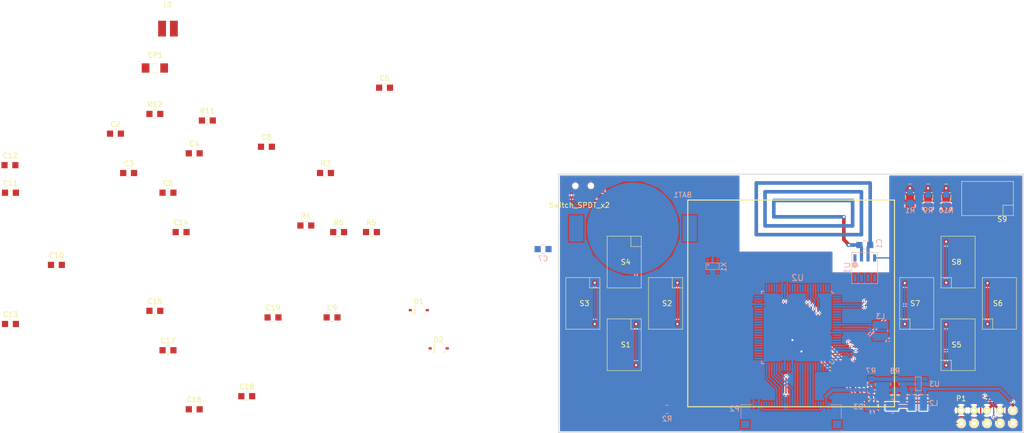
<source format=kicad_pcb>
(kicad_pcb (version 4) (host pcbnew 4.0.2+dfsg1-stable)
  (title_block (title "Rory's Embedded Business Card") (company "Rudolph Engineering"))
  (layers (0 F.Cu signal) (31 B.Cu signal) (34 B.Paste user) (35 F.Paste user) (36 B.SilkS user) (37 F.SilkS user) (38 B.Mask user) (39 F.Mask user) (44 Edge.Cuts user))
  (net 0 "")
  (net 1 "Net-(BAT1-Pad1)")
  (net 2 "Net-(BAT1-Pad2)")
  (net 3 AVCC)
  (net 4 VCORE)
  (net 5 ~RST)
  (net 6 "Net-(C13-Pad2)")
  (net 7 13V)
  (net 8 "Net-(C16-Pad1)")
  (net 9 "Net-(C17-Pad1)")
  (net 10 "Net-(L1-Pad2)")
  (net 11 VSW)
  (net 12 "Net-(LED1-Pad1)")
  (net 13 "Net-(LED2-Pad1)")
  (net 14 STATUS1)
  (net 15 "Net-(LED3-Pad1)")
  (net 16 STATUS2)
  (net 17 TDI)
  (net 18 SWO)
  (net 19 TCK)
  (net 20 TMS)
  (net 21 "Net-(P2-Pad29)")
  (net 22 "Net-(P2-Pad25)")
  (net 23 "Net-(P2-Pad24)")
  (net 24 "Net-(P2-Pad23)")
  (net 25 "Net-(P2-Pad22)")
  (net 26 RES#)
  (net 27 D/C#)
  (net 28 CS#)
  (net 29 R/W#)
  (net 30 E/RD#)
  (net 31 D0)
  (net 32 D1)
  (net 33 D2)
  (net 34 D3)
  (net 35 D4)
  (net 36 D5)
  (net 37 D6)
  (net 38 D7)
  (net 39 "Net-(P2-Pad6)")
  (net 40 "Net-(P2-Pad5)")
  (net 41 DCOR)
  (net 42 NFC_GPO)
  (net 43 NFC_SCL)
  (net 44 NFC_SDA)
  (net 45 BTND)
  (net 46 BTNR)
  (net 47 BTNL)
  (net 48 BTNU)
  (net 49 BTNA)
  (net 50 BTNB)
  (net 51 BTNX)
  (net 52 BTNY)
  (net 53 "Net-(SW1-Pad1)")
  (net 54 NFC_RFdis)
  (net 55 "Net-(U2-Pad1)")
  (net 56 "Net-(U2-Pad2)")
  (net 57 "Net-(U2-Pad3)")
  (net 58 ~SHDN)
  (net 59 "Net-(U2-Pad7)")
  (net 60 "Net-(U2-Pad24)")
  (net 61 "Net-(U2-Pad25)")
  (net 62 "Net-(U2-Pad26)")
  (net 63 "Net-(U2-Pad27)")
  (net 64 "Net-(U2-Pad28)")
  (net 65 "Net-(U2-Pad29)")
  (net 66 "Net-(U2-Pad30)")
  (net 67 "Net-(U2-Pad31)")
  (net 68 "Net-(U2-Pad41)")
  (net 69 "Net-(U2-Pad42)")
  (net 70 "Net-(U2-Pad51)")
  (net 71 "Net-(U2-Pad52)")
  (net 72 "Net-(U2-Pad53)")
  (net 73 "Net-(U2-Pad54)")
  (net 74 "Net-(U2-Pad55)")
  (net 75 "Net-(U2-Pad56)")
  (net 76 "Net-(U2-Pad57)")
  (net 77 "Net-(U2-Pad58)")
  (net 78 "Net-(U2-Pad59)")
  (net 79 "Net-(U2-Pad60)")
  (net 80 "Net-(U2-Pad61)")
  (net 81 "Net-(U2-Pad62)")
  (net 82 "Net-(U2-Pad63)")
  (net 83 "Net-(U2-Pad64)")
  (net 84 "Net-(U2-Pad65)")
  (net 85 "Net-(U2-Pad66)")
  (net 86 "Net-(U2-Pad67)")
  (net 87 "Net-(U2-Pad68)")
  (net 88 "Net-(U2-Pad69)")
  (net 89 "Net-(U2-Pad70)")
  (net 90 "Net-(U2-Pad71)")
  (net 91 "Net-(U2-Pad74)")
  (net 92 "Net-(U2-Pad75)")
  (net 93 "Net-(U2-Pad76)")
  (net 94 "Net-(U2-Pad77)")
  (net 95 "Net-(U2-Pad78)")
  (net 96 "Net-(U2-Pad79)")
  (net 97 "Net-(U2-Pad80)")
  (net 98 "Net-(U2-Pad81)")
  (net 99 "Net-(U2-Pad85)")
  (net 100 "Net-(U2-Pad86)")
  (net 101 "Net-(U2-Pad88)")
  (net 102 "Net-(U2-Pad89)")
  (net 103 "Net-(U2-Pad90)")
  (net 104 "Net-(U2-Pad91)")
  (net 105 "Net-(U2-Pad96)")
  (net 106 "Net-(U2-Pad97)")
  (net 107 "Net-(U2-Pad98)")
  (net 108 "Net-(U2-Pad99)")
  (net 109 "Net-(U2-Pad100)")
  (net 110 "Net-(C1-Pad1)")
  (net 111 GND)
  (net 112 /R11NEG_TO_D2POS)
  (net 113 /SW)
  (module rorycad:BK-912-G-TR (layer B.Cu) (at 168.4 95.5)
    (fp_text reference BAT1 (at 20.6 -6.5) (layer B.SilkS) (effects (justify mirror)))
    (fp_text value CR2032)
    (pad 1 smd rect (at 21.97 0) (size 2.79 5.08) (layers B.Cu B.Paste B.Mask) (net 1 "Net-(BAT1-Pad1)") (clearance 0.1))
    (pad 1 smd rect (at 0 0) (size 2.79 5.08) (layers B.Cu B.Paste B.Mask) (net 1 "Net-(BAT1-Pad1)") (clearance 0.1))
    (pad 2 smd circle (at 10.985 0) (size 17.78 17.78) (layers B.Cu B.Paste B.Mask) (net 2 "Net-(BAT1-Pad2)") (clearance 0.1))
  )
  (module digikey-footprints:0805 (layer F.Cu) (at 79.26 77.15)
    (fp_text reference C2 (at 0 -1.84) (layer F.SilkS))
    (fp_text value 10u)
    (pad 2 smd rect (at 1.05 0) (size 1.2 1.2) (layers F.Cu F.Paste F.Mask) (net 111 GND))
    (pad 1 smd rect (at -1.05 0) (size 1.2 1.2) (layers F.Cu F.Paste F.Mask) (net 1 "Net-(BAT1-Pad1)"))
  )
  (module digikey-footprints:0805 (layer F.Cu) (at 81.8 84.77)
    (fp_text reference C3 (at 0 -1.84) (layer F.SilkS))
    (fp_text value 100n)
    (pad 2 smd rect (at 1.05 0) (size 1.2 1.2) (layers F.Cu F.Paste F.Mask) (net 111 GND))
    (pad 1 smd rect (at -1.05 0) (size 1.2 1.2) (layers F.Cu F.Paste F.Mask) (net 3 AVCC))
  )
  (module digikey-footprints:0805 (layer F.Cu) (at 94.5 80.96)
    (fp_text reference C4 (at 0 -1.84) (layer F.SilkS))
    (fp_text value 100n)
    (pad 2 smd rect (at 1.05 0) (size 1.2 1.2) (layers F.Cu F.Paste F.Mask) (net 111 GND))
    (pad 1 smd rect (at -1.05 0) (size 1.2 1.2) (layers F.Cu F.Paste F.Mask) (net 3 AVCC))
  )
  (module digikey-footprints:0805 (layer F.Cu) (at 89.42 88.58)
    (fp_text reference C5 (at 0 -1.84) (layer F.SilkS))
    (fp_text value 100n)
    (pad 2 smd rect (at 1.05 0) (size 1.2 1.2) (layers F.Cu F.Paste F.Mask) (net 111 GND))
    (pad 1 smd rect (at -1.05 0) (size 1.2 1.2) (layers F.Cu F.Paste F.Mask) (net 4 VCORE))
  )
  (module digikey-footprints:0805 (layer F.Cu) (at 131.33 68.26)
    (fp_text reference C6 (at 0 -1.84) (layer F.SilkS))
    (fp_text value 4.7u)
    (pad 2 smd rect (at 1.05 0) (size 1.2 1.2) (layers F.Cu F.Paste F.Mask) (net 111 GND))
    (pad 1 smd rect (at -1.05 0) (size 1.2 1.2) (layers F.Cu F.Paste F.Mask) (net 4 VCORE))
  )
  (module digikey-footprints:0805 (layer B.Cu) (at 162 99.5)
    (fp_text reference C7 (at 0 1.84) (layer B.SilkS) (effects (justify mirror)))
    (fp_text value 10u)
    (pad 2 smd rect (at 1.05 0) (size 1.2 1.2) (layers B.Cu B.Paste B.Mask) (net 111 GND))
    (pad 1 smd rect (at -1.05 0) (size 1.2 1.2) (layers B.Cu B.Paste B.Mask) (net 3 AVCC))
  )
  (module digikey-footprints:0805 (layer F.Cu) (at 108.47 79.69)
    (fp_text reference C8 (at 0 -1.84) (layer F.SilkS))
    (fp_text value 100n)
    (pad 2 smd rect (at 1.05 0) (size 1.2 1.2) (layers F.Cu F.Paste F.Mask) (net 111 GND))
    (pad 1 smd rect (at -1.05 0) (size 1.2 1.2) (layers F.Cu F.Paste F.Mask) (net 3 AVCC))
  )
  (module digikey-footprints:0805 (layer F.Cu) (at 121.17 112.71)
    (fp_text reference C9 (at 0 -1.84) (layer F.SilkS))
    (fp_text value 100n)
    (pad 2 smd rect (at 1.05 0) (size 1.2 1.2) (layers F.Cu F.Paste F.Mask) (net 111 GND))
    (pad 1 smd rect (at -1.05 0) (size 1.2 1.2) (layers F.Cu F.Paste F.Mask) (net 3 AVCC))
  )
  (module digikey-footprints:0805 (layer F.Cu) (at 67.83 102.55)
    (fp_text reference C10 (at 0 -1.84) (layer F.SilkS))
    (fp_text value 10n)
    (pad 2 smd rect (at 1.05 0) (size 1.2 1.2) (layers F.Cu F.Paste F.Mask) (net 111 GND))
    (pad 1 smd rect (at -1.05 0) (size 1.2 1.2) (layers F.Cu F.Paste F.Mask) (net 5 ~RST))
  )
  (module digikey-footprints:0805 (layer F.Cu) (at 58.94 88.58)
    (fp_text reference C11 (at 0 -1.84) (layer F.SilkS))
    (fp_text value 1p)
    (pad 2 smd rect (at 1.05 0) (size 1.2 1.2) (layers F.Cu F.Paste F.Mask) (net 111 GND))
    (pad 1 smd rect (at -1.05 0) (size 1.2 1.2) (layers F.Cu F.Paste F.Mask) (net 3 AVCC))
  )
  (module digikey-footprints:0805 (layer F.Cu) (at 58.84 83.25)
    (fp_text reference C12 (at 0 -1.84) (layer F.SilkS))
    (fp_text value 4.7u)
    (pad 2 smd rect (at 1.05 0) (size 1.2 1.2) (layers F.Cu F.Paste F.Mask) (net 111 GND))
    (pad 1 smd rect (at -1.05 0) (size 1.2 1.2) (layers F.Cu F.Paste F.Mask) (net 3 AVCC))
  )
  (module digikey-footprints:0805 (layer F.Cu) (at 58.94 113.98)
    (fp_text reference C13 (at 0 -1.84) (layer F.SilkS))
    (fp_text value 120p)
    (pad 2 smd rect (at 1.05 0) (size 1.2 1.2) (layers F.Cu F.Paste F.Mask) (net 6 "Net-(C13-Pad2)"))
    (pad 1 smd rect (at -1.05 0) (size 1.2 1.2) (layers F.Cu F.Paste F.Mask) (net 7 13V))
  )
  (module digikey-footprints:0805 (layer F.Cu) (at 91.96 96.2)
    (fp_text reference C14 (at 0 -1.84) (layer F.SilkS))
    (fp_text value 4.7u)
    (pad 2 smd rect (at 1.05 0) (size 1.2 1.2) (layers F.Cu F.Paste F.Mask) (net 111 GND))
    (pad 1 smd rect (at -1.05 0) (size 1.2 1.2) (layers F.Cu F.Paste F.Mask) (net 7 13V))
  )
  (module digikey-footprints:0805 (layer F.Cu) (at 86.88 111.44)
    (fp_text reference C15 (at 0 -1.84) (layer F.SilkS))
    (fp_text value 10u)
    (pad 2 smd rect (at 1.05 0) (size 1.2 1.2) (layers F.Cu F.Paste F.Mask) (net 111 GND))
    (pad 1 smd rect (at -1.05 0) (size 1.2 1.2) (layers F.Cu F.Paste F.Mask) (net 7 13V))
  )
  (module digikey-footprints:0805 (layer F.Cu) (at 94.5 130.49)
    (fp_text reference C16 (at 0 -1.84) (layer F.SilkS))
    (fp_text value 1u)
    (pad 2 smd rect (at 1.05 0) (size 1.2 1.2) (layers F.Cu F.Paste F.Mask) (net 111 GND))
    (pad 1 smd rect (at -1.05 0) (size 1.2 1.2) (layers F.Cu F.Paste F.Mask) (net 8 "Net-(C16-Pad1)"))
  )
  (module digikey-footprints:0805 (layer F.Cu) (at 89.42 119.06)
    (fp_text reference C17 (at 0 -1.84) (layer F.SilkS))
    (fp_text value 1u)
    (pad 2 smd rect (at 1.05 0) (size 1.2 1.2) (layers F.Cu F.Paste F.Mask) (net 111 GND))
    (pad 1 smd rect (at -1.05 0) (size 1.2 1.2) (layers F.Cu F.Paste F.Mask) (net 9 "Net-(C17-Pad1)"))
  )
  (module digikey-footprints:0805 (layer F.Cu) (at 104.66 127.95)
    (fp_text reference C18 (at 0 -1.84) (layer F.SilkS))
    (fp_text value 10u)
    (pad 2 smd rect (at 1.05 0) (size 1.2 1.2) (layers F.Cu F.Paste F.Mask) (net 111 GND))
    (pad 1 smd rect (at -1.05 0) (size 1.2 1.2) (layers F.Cu F.Paste F.Mask) (net 3 AVCC))
  )
  (module digikey-footprints:0805 (layer F.Cu) (at 109.74 112.71)
    (fp_text reference C19 (at 0 -1.84) (layer F.SilkS))
    (fp_text value 10u)
    (pad 2 smd rect (at 1.05 0) (size 1.2 1.2) (layers F.Cu F.Paste F.Mask) (net 111 GND))
    (pad 1 smd rect (at -1.05 0) (size 1.2 1.2) (layers F.Cu F.Paste F.Mask) (net 3 AVCC))
  )
  (module digikey-footprints:1206 (layer F.Cu) (at 86.88 64.45)
    (fp_text reference CP1 (at 0.1 -2.5) (layer F.SilkS))
    (fp_text value 10u)
    (pad 1 smd rect (at -1.8 0) (size 1.5 1.8) (layers F.Cu F.Paste F.Mask) (net 3 AVCC))
    (pad 2 smd rect (at 1.8 0) (size 1.5 1.8) (layers F.Cu F.Paste F.Mask) (net 111 GND))
  )
  (module digikey-footprints:SOD-323 (layer F.Cu) (at 137.95 111.3)
    (fp_text reference D1 (at 0 -1.68) (layer F.SilkS))
    (fp_text value 1N4148)
    (pad K smd rect (at -1.645 0) (size 0.59 0.45) (layers F.Cu F.Paste F.Mask))
    (pad A smd rect (at 1.645 0) (size 0.59 0.45) (layers F.Cu F.Paste F.Mask))
  )
  (module digikey-footprints:SOD-323 (layer F.Cu) (at 141.8 118.7)
    (fp_text reference D2 (at 0 -1.68) (layer F.SilkS))
    (fp_text value 1N4148)
    (pad K smd rect (at -1.645 0) (size 0.59 0.45) (layers F.Cu F.Paste F.Mask))
    (pad A smd rect (at 1.645 0) (size 0.59 0.45) (layers F.Cu F.Paste F.Mask))
  )
  (module digikey-footprints:1210 (layer F.Cu) (at 89.42 56.83)
    (fp_text reference L1 (at 0 -4.69) (layer F.SilkS))
    (fp_text value 4.7u)
    (pad 1 smd rect (at -1.145 0) (size 1.52 3.05) (layers F.Cu F.Paste F.Mask) (net 1 "Net-(BAT1-Pad1)"))
    (pad 2 smd rect (at 1.145 0) (size 1.52 3.05) (layers F.Cu F.Paste F.Mask) (net 10 "Net-(L1-Pad2)"))
  )
  (module digikey-footprints:1210 (layer B.Cu) (at 234.45 129.25 180)
    (fp_text reference L2 (at -3.15 -0.05 180) (layer B.SilkS) (effects (justify mirror)))
    (fp_text value 10u hide)
    (pad 1 smd rect (at -1.145 0 180) (size 1.52 3.05) (layers B.Cu B.Paste B.Mask) (net 3 AVCC))
    (pad 2 smd rect (at 1.145 0 180) (size 1.52 3.05) (layers B.Cu B.Paste B.Mask) (net 113 /SW))
  )
  (module digikey-footprints:1210 (layer B.Cu) (at 227.3 115.3 270)
    (fp_text reference L3 (at -2.8 0 360) (layer B.SilkS) (effects (justify mirror)))
    (fp_text value 4.7u hide)
    (pad 1 smd rect (at -1.145 0 270) (size 1.52 3.05) (layers B.Cu B.Paste B.Mask) (net 4 VCORE))
    (pad 2 smd rect (at 1.145 0 270) (size 1.52 3.05) (layers B.Cu B.Paste B.Mask) (net 11 VSW))
  )
  (module digikey-footprints:1206 (layer F.Cu) (at 233 89.5 270)
    (fp_text reference LED1 hide)
    (fp_text value RED hide)
    (pad 1 smd rect (at -1.8 0 270) (size 1.5 1.8) (layers F.Cu F.Paste F.Mask) (net 12 "Net-(LED1-Pad1)"))
    (pad 2 smd rect (at 1.8 0 270) (size 1.5 1.8) (layers F.Cu F.Paste F.Mask) (net 3 AVCC))
  )
  (module digikey-footprints:1206 (layer F.Cu) (at 236.5 89.5 270)
    (fp_text reference LED2 hide)
    (fp_text value RED hide)
    (pad 1 smd rect (at -1.8 0 270) (size 1.5 1.8) (layers F.Cu F.Paste F.Mask) (net 13 "Net-(LED2-Pad1)"))
    (pad 2 smd rect (at 1.8 0 270) (size 1.5 1.8) (layers F.Cu F.Paste F.Mask) (net 14 STATUS1))
  )
  (module digikey-footprints:1206 (layer F.Cu) (at 240 89.5 270)
    (fp_text reference LED3 hide)
    (fp_text value RED hide)
    (pad 1 smd rect (at -1.8 0 270) (size 1.5 1.8) (layers F.Cu F.Paste F.Mask) (net 15 "Net-(LED3-Pad1)"))
    (pad 2 smd rect (at 1.8 0 270) (size 1.5 1.8) (layers F.Cu F.Paste F.Mask) (net 16 STATUS2))
  )
  (module rorycad:2x5_PIN_THROUGHHOLE (layer F.Cu) (at 252.9 133.2 180)
    (fp_text reference P1 (at 10 4.8 180) (layer F.SilkS))
    (fp_text value HE10-10 hide)
    (pad 1 thru_hole circle (at 0 2.5 180) (size 1.524 1.524) (drill 0.762) (layers *.Cu *.Mask F.SilkS) (net 3 AVCC))
    (pad 3 thru_hole circle (at 2.5 2.5 180) (size 1.524 1.524) (drill 0.762) (layers *.Cu *.Mask F.SilkS) (net 111 GND))
    (pad 5 thru_hole circle (at 5 2.5 180) (size 1.524 1.524) (drill 0.762) (layers *.Cu *.Mask F.SilkS) (net 111 GND))
    (pad 7 thru_hole circle (at 7.5 2.5 180) (size 1.524 1.524) (drill 0.762) (layers *.Cu *.Mask F.SilkS) (net 111 GND))
    (pad 9 thru_hole circle (at 10 2.5 180) (size 1.524 1.524) (drill 0.762) (layers *.Cu *.Mask F.SilkS) (net 111 GND))
    (pad 10 thru_hole circle (at 10 0 180) (size 1.524 1.524) (drill 0.762) (layers *.Cu *.Mask F.SilkS) (net 5 ~RST))
    (pad 8 thru_hole circle (at 7.5 0 180) (size 1.524 1.524) (drill 0.762) (layers *.Cu *.Mask F.SilkS) (net 17 TDI))
    (pad 6 thru_hole circle (at 5 0 180) (size 1.524 1.524) (drill 0.762) (layers *.Cu *.Mask F.SilkS) (net 18 SWO))
    (pad 4 thru_hole circle (at 2.5 0 180) (size 1.524 1.524) (drill 0.762) (layers *.Cu *.Mask F.SilkS) (net 19 TCK))
    (pad 2 thru_hole circle (at 0 0 180) (size 1.524 1.524) (drill 0.762) (layers *.Cu *.Mask F.SilkS) (net 20 TMS))
  )
  (module rorycad:XF2M-3015-1A (layer B.Cu) (at 210 129.5 180)
    (fp_text reference P2 (at 10.95 -0.9 180) (layer B.SilkS) (effects (justify mirror)))
    (fp_text value CONN_01X30)
    (pad 29 smd rect (at 6.75 0 180) (size 0.25 1.1) (layers B.Cu B.Paste B.Mask) (net 21 "Net-(P2-Pad29)") (clearance 0.2))
    (pad 28 smd rect (at 6.25 0 180) (size 0.25 1.1) (layers B.Cu B.Paste B.Mask) (net 111 GND) (clearance 0.2))
    (pad 27 smd rect (at 5.75 0 180) (size 0.25 1.1) (layers B.Cu B.Paste B.Mask) (net 3 AVCC) (clearance 0.2))
    (pad 26 smd rect (at 5.25 0 180) (size 0.25 1.1) (layers B.Cu B.Paste B.Mask) (net 9 "Net-(C17-Pad1)") (clearance 0.2))
    (pad 25 smd rect (at 4.75 0 180) (size 0.25 1.1) (layers B.Cu B.Paste B.Mask) (net 22 "Net-(P2-Pad25)") (clearance 0.2))
    (pad 24 smd rect (at 4.25 0 180) (size 0.25 1.1) (layers B.Cu B.Paste B.Mask) (net 23 "Net-(P2-Pad24)") (clearance 0.2))
    (pad 23 smd rect (at 3.75 0 180) (size 0.25 1.1) (layers B.Cu B.Paste B.Mask) (net 24 "Net-(P2-Pad23)") (clearance 0.2))
    (pad 22 smd rect (at 3.25 0 180) (size 0.25 1.1) (layers B.Cu B.Paste B.Mask) (net 25 "Net-(P2-Pad22)") (clearance 0.2))
    (pad 21 smd rect (at 2.75 0 180) (size 0.25 1.1) (layers B.Cu B.Paste B.Mask) (net 26 RES#) (clearance 0.2))
    (pad 20 smd rect (at 2.25 0 180) (size 0.25 1.1) (layers B.Cu B.Paste B.Mask) (net 27 D/C#) (clearance 0.2))
    (pad 19 smd rect (at 1.75 0 180) (size 0.25 1.1) (layers B.Cu B.Paste B.Mask) (net 28 CS#) (clearance 0.2))
    (pad 18 smd rect (at 1.25 0 180) (size 0.25 1.1) (layers B.Cu B.Paste B.Mask) (net 3 AVCC) (clearance 0.2))
    (pad 17 smd rect (at 0.75 0 180) (size 0.25 1.1) (layers B.Cu B.Paste B.Mask) (net 3 AVCC) (clearance 0.2))
    (pad 16 smd rect (at 0.25 0 180) (size 0.25 1.1) (layers B.Cu B.Paste B.Mask) (net 29 R/W#) (clearance 0.2))
    (pad 15 smd rect (at -0.25 0 180) (size 0.25 1.1) (layers B.Cu B.Paste B.Mask) (net 30 E/RD#) (clearance 0.2))
    (pad 14 smd rect (at -0.75 0 180) (size 0.25 1.1) (layers B.Cu B.Paste B.Mask) (net 31 D0) (clearance 0.2))
    (pad 13 smd rect (at -1.25 0 180) (size 0.25 1.1) (layers B.Cu B.Paste B.Mask) (net 32 D1) (clearance 0.2))
    (pad 12 smd rect (at -1.75 0 180) (size 0.25 1.1) (layers B.Cu B.Paste B.Mask) (net 33 D2) (clearance 0.2))
    (pad 11 smd rect (at -2.25 0 180) (size 0.25 1.1) (layers B.Cu B.Paste B.Mask) (net 34 D3) (clearance 0.2))
    (pad 10 smd rect (at -2.75 0 180) (size 0.25 1.1) (layers B.Cu B.Paste B.Mask) (net 35 D4) (clearance 0.2))
    (pad 9 smd rect (at -3.25 0 180) (size 0.25 1.1) (layers B.Cu B.Paste B.Mask) (net 36 D5) (clearance 0.2))
    (pad 8 smd rect (at -3.75 0 180) (size 0.25 1.1) (layers B.Cu B.Paste B.Mask) (net 37 D6) (clearance 0.2))
    (pad 7 smd rect (at -4.25 0 180) (size 0.25 1.1) (layers B.Cu B.Paste B.Mask) (net 38 D7) (clearance 0.2))
    (pad 6 smd rect (at -4.75 0 180) (size 0.25 1.1) (layers B.Cu B.Paste B.Mask) (net 39 "Net-(P2-Pad6)") (clearance 0.2))
    (pad 5 smd rect (at -5.25 0 180) (size 0.25 1.1) (layers B.Cu B.Paste B.Mask) (net 40 "Net-(P2-Pad5)") (clearance 0.2))
    (pad 4 smd rect (at -5.75 0 180) (size 0.25 1.1) (layers B.Cu B.Paste B.Mask) (net 3 AVCC) (clearance 0.2))
    (pad 3 smd rect (at -6.25 0 180) (size 0.25 1.1) (layers B.Cu B.Paste B.Mask) (net 8 "Net-(C16-Pad1)") (clearance 0.2))
    (pad 2 smd rect (at -6.75 0 180) (size 0.25 1.1) (layers B.Cu B.Paste B.Mask) (net 7 13V) (clearance 0.2))
    (pad 30 smd rect (at 7.25 0 180) (size 0.25 1.1) (layers B.Cu B.Paste B.Mask) (net 111 GND) (clearance 0.2))
    (pad 1 smd rect (at -7.25 0 180) (size 0.25 1.1) (layers B.Cu B.Paste B.Mask) (net 111 GND) (clearance 0.2))
    (pad "" smd rect (at 8.9 -3.9 180) (size 1.7 1.5) (layers B.Cu B.Paste B.Mask))
    (pad "" smd rect (at -8.9 -3.9 180) (size 1.7 1.5) (layers B.Cu B.Paste B.Mask))
  )
  (module digikey-footprints:0805 (layer B.Cu) (at 233 89.5 90)
    (fp_text reference R1 (at -2.5 0 180) (layer B.SilkS) (effects (justify mirror)))
    (fp_text value 68 hide)
    (pad 2 smd rect (at 1.05 0 90) (size 1.2 1.2) (layers B.Cu B.Paste B.Mask) (net 12 "Net-(LED1-Pad1)"))
    (pad 1 smd rect (at -1.05 0 90) (size 1.2 1.2) (layers B.Cu B.Paste B.Mask) (net 111 GND))
  )
  (module digikey-footprints:0805 (layer B.Cu) (at 186 130.5)
    (fp_text reference R2 (at 0 1.84) (layer B.SilkS) (effects (justify mirror)))
    (fp_text value 91k,0.1%,25ppm hide)
    (pad 2 smd rect (at 1.05 0) (size 1.2 1.2) (layers B.Cu B.Paste B.Mask) (net 41 DCOR))
    (pad 1 smd rect (at -1.05 0) (size 1.2 1.2) (layers B.Cu B.Paste B.Mask) (net 111 GND))
  )
  (module digikey-footprints:0805 (layer F.Cu) (at 119.9 84.77)
    (fp_text reference R3 (at 0 -1.84) (layer F.SilkS))
    (fp_text value 100k)
    (pad 2 smd rect (at 1.05 0) (size 1.2 1.2) (layers F.Cu F.Paste F.Mask) (net 3 AVCC))
    (pad 1 smd rect (at -1.05 0) (size 1.2 1.2) (layers F.Cu F.Paste F.Mask) (net 5 ~RST))
  )
  (module digikey-footprints:0805 (layer F.Cu) (at 116.09 94.93)
    (fp_text reference R4 (at 0 -1.84) (layer F.SilkS))
    (fp_text value 4.3k)
    (pad 2 smd rect (at 1.05 0) (size 1.2 1.2) (layers F.Cu F.Paste F.Mask) (net 42 NFC_GPO))
    (pad 1 smd rect (at -1.05 0) (size 1.2 1.2) (layers F.Cu F.Paste F.Mask) (net 3 AVCC))
  )
  (module digikey-footprints:0805 (layer F.Cu) (at 128.79 96.2)
    (fp_text reference R5 (at 0 -1.84) (layer F.SilkS))
    (fp_text value 4.3k)
    (pad 2 smd rect (at 1.05 0) (size 1.2 1.2) (layers F.Cu F.Paste F.Mask) (net 43 NFC_SCL))
    (pad 1 smd rect (at -1.05 0) (size 1.2 1.2) (layers F.Cu F.Paste F.Mask) (net 3 AVCC))
  )
  (module digikey-footprints:0805 (layer F.Cu) (at 122.44 96.2)
    (fp_text reference R6 (at 0 -1.84) (layer F.SilkS))
    (fp_text value 4.3k)
    (pad 2 smd rect (at 1.05 0) (size 1.2 1.2) (layers F.Cu F.Paste F.Mask) (net 44 NFC_SDA))
    (pad 1 smd rect (at -1.05 0) (size 1.2 1.2) (layers F.Cu F.Paste F.Mask) (net 3 AVCC))
  )
  (module digikey-footprints:0805 (layer B.Cu) (at 225.5 125.7 90)
    (fp_text reference R7 (at 2.65 -0.05 180) (layer B.SilkS) (effects (justify mirror)))
    (fp_text value 100k hide)
    (pad 2 smd rect (at 1.05 0 90) (size 1.2 1.2) (layers B.Cu B.Paste B.Mask) (net 6 "Net-(C13-Pad2)"))
    (pad 1 smd rect (at -1.05 0 90) (size 1.2 1.2) (layers B.Cu B.Paste B.Mask) (net 7 13V))
  )
  (module digikey-footprints:0805 (layer B.Cu) (at 230.1 125.7 270)
    (fp_text reference R8 (at -2.65 0 360) (layer B.SilkS) (effects (justify mirror)))
    (fp_text value 10k hide)
    (pad 2 smd rect (at 1.05 0 270) (size 1.2 1.2) (layers B.Cu B.Paste B.Mask) (net 111 GND))
    (pad 1 smd rect (at -1.05 0 270) (size 1.2 1.2) (layers B.Cu B.Paste B.Mask) (net 6 "Net-(C13-Pad2)"))
  )
  (module digikey-footprints:0805 (layer B.Cu) (at 236.5 90 90)
    (fp_text reference R9 (at -2 0 180) (layer B.SilkS) (effects (justify mirror)))
    (fp_text value 68 hide)
    (pad 2 smd rect (at 1.05 0 90) (size 1.2 1.2) (layers B.Cu B.Paste B.Mask) (net 13 "Net-(LED2-Pad1)"))
    (pad 1 smd rect (at -1.05 0 90) (size 1.2 1.2) (layers B.Cu B.Paste B.Mask) (net 111 GND))
  )
  (module digikey-footprints:0805 (layer B.Cu) (at 240 90 90)
    (fp_text reference R10 (at -2 0 180) (layer B.SilkS) (effects (justify mirror)))
    (fp_text value 68 hide)
    (pad 2 smd rect (at 1.05 0 90) (size 1.2 1.2) (layers B.Cu B.Paste B.Mask) (net 15 "Net-(LED3-Pad1)"))
    (pad 1 smd rect (at -1.05 0 90) (size 1.2 1.2) (layers B.Cu B.Paste B.Mask) (net 111 GND))
  )
  (module digikey-footprints:0805 (layer F.Cu) (at 97.04 74.61)
    (fp_text reference R11 (at 0 -1.84) (layer F.SilkS))
    (fp_text value 50)
    (pad 2 smd rect (at 1.05 0) (size 1.2 1.2) (layers F.Cu F.Paste F.Mask) (net 112 /R11NEG_TO_D2POS))
    (pad 1 smd rect (at -1.05 0) (size 1.2 1.2) (layers F.Cu F.Paste F.Mask) (net 40 "Net-(P2-Pad5)"))
  )
  (module digikey-footprints:0805 (layer F.Cu) (at 86.88 73.34)
    (fp_text reference R12 (at 0 -1.84) (layer F.SilkS))
    (fp_text value 600k)
    (pad 2 smd rect (at 1.05 0) (size 1.2 1.2) (layers F.Cu F.Paste F.Mask) (net 111 GND))
    (pad 1 smd rect (at -1.05 0) (size 1.2 1.2) (layers F.Cu F.Paste F.Mask) (net 25 "Net-(P2-Pad22)"))
  )
  (module rorycad:222AMVBAR (layer F.Cu) (at 180 114 270)
    (fp_text reference S1 (at 4 2 360) (layer F.SilkS))
    (fp_text value 222AMVBAR hide)
    (pad 2 smd rect (at 0 4.5 270) (size 1.55 1.55) (layers F.Cu F.Paste F.Mask) (net 111 GND))
    (pad 4 smd rect (at 7.95 4.5 270) (size 1.55 1.55) (layers F.Cu F.Paste F.Mask) (net 111 GND))
    (pad 3 smd rect (at 7.95 0 270) (size 1.55 1.55) (layers F.Cu F.Paste F.Mask) (net 45 BTND))
    (pad 1 smd rect (at 0 0 270) (size 1.55 1.55) (layers F.Cu F.Paste F.Mask) (net 45 BTND))
  )
  (module rorycad:222AMVBAR (layer F.Cu) (at 188 106 270)
    (fp_text reference S2 (at 4 2 360) (layer F.SilkS))
    (fp_text value 222AMVBAR hide)
    (pad 2 smd rect (at 0 4.5 270) (size 1.55 1.55) (layers F.Cu F.Paste F.Mask) (net 111 GND))
    (pad 4 smd rect (at 7.95 4.5 270) (size 1.55 1.55) (layers F.Cu F.Paste F.Mask) (net 111 GND))
    (pad 3 smd rect (at 7.95 0 270) (size 1.55 1.55) (layers F.Cu F.Paste F.Mask) (net 46 BTNR))
    (pad 1 smd rect (at 0 0 270) (size 1.55 1.55) (layers F.Cu F.Paste F.Mask) (net 46 BTNR))
  )
  (module rorycad:222AMVBAR (layer F.Cu) (at 172 106 270)
    (fp_text reference S3 (at 4 2 360) (layer F.SilkS))
    (fp_text value 222AMVBAR hide)
    (pad 2 smd rect (at 0 4.5 270) (size 1.55 1.55) (layers F.Cu F.Paste F.Mask) (net 111 GND))
    (pad 4 smd rect (at 7.95 4.5 270) (size 1.55 1.55) (layers F.Cu F.Paste F.Mask) (net 111 GND))
    (pad 3 smd rect (at 7.95 0 270) (size 1.55 1.55) (layers F.Cu F.Paste F.Mask) (net 47 BTNL))
    (pad 1 smd rect (at 0 0 270) (size 1.55 1.55) (layers F.Cu F.Paste F.Mask) (net 47 BTNL))
  )
  (module rorycad:222AMVBAR (layer F.Cu) (at 180 98 270)
    (fp_text reference S4 (at 4 2 360) (layer F.SilkS))
    (fp_text value 222AMVBAR hide)
    (pad 2 smd rect (at 0 4.5 270) (size 1.55 1.55) (layers F.Cu F.Paste F.Mask) (net 111 GND))
    (pad 4 smd rect (at 7.95 4.5 270) (size 1.55 1.55) (layers F.Cu F.Paste F.Mask) (net 111 GND))
    (pad 3 smd rect (at 7.95 0 270) (size 1.55 1.55) (layers F.Cu F.Paste F.Mask) (net 48 BTNU))
    (pad 1 smd rect (at 0 0 270) (size 1.55 1.55) (layers F.Cu F.Paste F.Mask) (net 48 BTNU))
  )
  (module rorycad:222AMVBAR (layer F.Cu) (at 240 122 90)
    (fp_text reference S5 (at 4 2 180) (layer F.SilkS))
    (fp_text value 222AMVBAR hide)
    (pad 2 smd rect (at 0 4.5 90) (size 1.55 1.55) (layers F.Cu F.Paste F.Mask) (net 111 GND))
    (pad 4 smd rect (at 7.95 4.5 90) (size 1.55 1.55) (layers F.Cu F.Paste F.Mask) (net 111 GND))
    (pad 3 smd rect (at 7.95 0 90) (size 1.55 1.55) (layers F.Cu F.Paste F.Mask) (net 49 BTNA))
    (pad 1 smd rect (at 0 0 90) (size 1.55 1.55) (layers F.Cu F.Paste F.Mask) (net 49 BTNA))
  )
  (module rorycad:222AMVBAR (layer F.Cu) (at 248 114 90)
    (fp_text reference S6 (at 4 2 180) (layer F.SilkS))
    (fp_text value 222AMVBAR hide)
    (pad 2 smd rect (at 0 4.5 90) (size 1.55 1.55) (layers F.Cu F.Paste F.Mask) (net 111 GND))
    (pad 4 smd rect (at 7.95 4.5 90) (size 1.55 1.55) (layers F.Cu F.Paste F.Mask) (net 111 GND))
    (pad 3 smd rect (at 7.95 0 90) (size 1.55 1.55) (layers F.Cu F.Paste F.Mask) (net 50 BTNB))
    (pad 1 smd rect (at 0 0 90) (size 1.55 1.55) (layers F.Cu F.Paste F.Mask) (net 50 BTNB))
  )
  (module rorycad:222AMVBAR (layer F.Cu) (at 232 114 90)
    (fp_text reference S7 (at 4 2 180) (layer F.SilkS))
    (fp_text value 222AMVBAR hide)
    (pad 2 smd rect (at 0 4.5 90) (size 1.55 1.55) (layers F.Cu F.Paste F.Mask) (net 111 GND))
    (pad 4 smd rect (at 7.95 4.5 90) (size 1.55 1.55) (layers F.Cu F.Paste F.Mask) (net 111 GND))
    (pad 3 smd rect (at 7.95 0 90) (size 1.55 1.55) (layers F.Cu F.Paste F.Mask) (net 51 BTNX))
    (pad 1 smd rect (at 0 0 90) (size 1.55 1.55) (layers F.Cu F.Paste F.Mask) (net 51 BTNX))
  )
  (module rorycad:222AMVBAR (layer F.Cu) (at 240 106 90)
    (fp_text reference S8 (at 4 2 180) (layer F.SilkS))
    (fp_text value 222AMVBAR hide)
    (pad 2 smd rect (at 0 4.5 90) (size 1.55 1.55) (layers F.Cu F.Paste F.Mask) (net 111 GND))
    (pad 4 smd rect (at 7.95 4.5 90) (size 1.55 1.55) (layers F.Cu F.Paste F.Mask) (net 111 GND))
    (pad 3 smd rect (at 7.95 0 90) (size 1.55 1.55) (layers F.Cu F.Paste F.Mask) (net 52 BTNY))
    (pad 1 smd rect (at 0 0 90) (size 1.55 1.55) (layers F.Cu F.Paste F.Mask) (net 52 BTNY))
  )
  (module rorycad:222AMVBAR (layer F.Cu) (at 252 92 180)
    (fp_text reference S9 (at 1.15 -1.725 180) (layer F.SilkS))
    (fp_text value 222AMVBAR hide)
    (pad 2 smd rect (at 0 4.5 180) (size 1.55 1.55) (layers F.Cu F.Paste F.Mask) (net 111 GND))
    (pad 4 smd rect (at 7.95 4.5 180) (size 1.55 1.55) (layers F.Cu F.Paste F.Mask) (net 111 GND))
    (pad 3 smd rect (at 7.95 0 180) (size 1.55 1.55) (layers F.Cu F.Paste F.Mask) (net 5 ~RST))
    (pad 1 smd rect (at 0 0 180) (size 1.55 1.55) (layers F.Cu F.Paste F.Mask) (net 5 ~RST))
  )
  (module rorycad:PCM12SMTR (layer F.Cu) (at 172 89 180)
    (fp_text reference SW1 hide)
    (fp_text value Switch_SPDT_x2 (at 3 -2 180) (layer F.SilkS))
    (pad 3 smd rect (at 4.5 0 180) (size 0.7 1.5) (layers F.Cu F.Paste F.Mask) (net 2 "Net-(BAT1-Pad2)"))
    (pad 2 smd rect (at 3 0 180) (size 0.7 1.5) (layers F.Cu F.Paste F.Mask) (net 111 GND))
    (pad 1 smd rect (at 0 0 180) (size 0.7 1.5) (layers F.Cu F.Paste F.Mask) (net 53 "Net-(SW1-Pad1)"))
    (pad "" smd rect (at -1.4 2.715 180) (size 1 0.8) (layers F.Cu F.Paste F.Mask))
    (pad "" smd rect (at -1.4 0.785 180) (size 1 0.8) (layers F.Cu F.Paste F.Mask))
    (pad "" smd rect (at 5.9 2.715 180) (size 1 0.8) (layers F.Cu F.Paste F.Mask))
    (pad "" smd rect (at 5.9 0.785 180) (size 1 0.8) (layers F.Cu F.Paste F.Mask))
    (pad "" thru_hole circle (at 0.75 1.75 180) (size 0.9 0.9) (drill 0.9) (layers *.Cu *.Mask F.SilkS))
    (pad "" thru_hole circle (at 3.75 1.75 180) (size 0.9 0.9) (drill 0.9) (layers *.Cu *.Mask F.SilkS))
  )
  (module rorycad:MSP432P401R (layer B.Cu) (at 211.25 114.65 180)
    (fp_text reference U2 (at 0 9.6 180) (layer B.SilkS) (effects (font (size 1.2 1.2)) (justify mirror)))
    (fp_text value MSP432P401R hide)
    (pad 1 smd rect (at -7.6 6 90) (size 0.3 1.6) (layers B.Cu B.Paste B.Mask) (net 55 "Net-(U2-Pad1)") (clearance 0.05))
    (pad 2 smd rect (at -7.6 5.5 90) (size 0.3 1.6) (layers B.Cu B.Paste B.Mask) (net 56 "Net-(U2-Pad2)") (clearance 0.05))
    (pad 3 smd rect (at -7.6 5 90) (size 0.3 1.6) (layers B.Cu B.Paste B.Mask) (net 57 "Net-(U2-Pad3)") (clearance 0.05))
    (pad 4 smd rect (at -7.6 4.5 90) (size 0.3 1.6) (layers B.Cu B.Paste B.Mask) (net 14 STATUS1))
    (pad 5 smd rect (at -7.6 4 90) (size 0.3 1.6) (layers B.Cu B.Paste B.Mask) (net 16 STATUS2))
    (pad 6 smd rect (at -7.6 3.5 90) (size 0.3 1.6) (layers B.Cu B.Paste B.Mask) (net 58 ~SHDN))
    (pad 7 smd rect (at -7.6 3 90) (size 0.3 1.6) (layers B.Cu B.Paste B.Mask) (net 59 "Net-(U2-Pad7)"))
    (pad 8 smd rect (at -7.6 2.5 90) (size 0.3 1.6) (layers B.Cu B.Paste B.Mask) (net 54 NFC_RFdis))
    (pad 9 smd rect (at -7.6 2 90) (size 0.3 1.6) (layers B.Cu B.Paste B.Mask) (net 42 NFC_GPO))
    (pad 10 smd rect (at -7.6 1.5 90) (size 0.3 1.6) (layers B.Cu B.Paste B.Mask) (net 44 NFC_SDA))
    (pad 11 smd rect (at -7.6 1 90) (size 0.3 1.6) (layers B.Cu B.Paste B.Mask) (net 43 NFC_SCL))
    (pad 12 smd rect (at -7.6 0.5 90) (size 0.3 1.6) (layers B.Cu B.Paste B.Mask) (net 4 VCORE))
    (pad 13 smd rect (at -7.6 0 90) (size 0.3 1.6) (layers B.Cu B.Paste B.Mask) (net 3 AVCC))
    (pad 14 smd rect (at -7.6 -0.5 90) (size 0.3 1.6) (layers B.Cu B.Paste B.Mask) (net 11 VSW))
    (pad 15 smd rect (at -7.6 -1 90) (size 0.3 1.6) (layers B.Cu B.Paste B.Mask) (net 111 GND))
    (pad 16 smd rect (at -7.6 -1.5 90) (size 0.3 1.6) (layers B.Cu B.Paste B.Mask) (net 48 BTNU))
    (pad 17 smd rect (at -7.6 -2 90) (size 0.3 1.6) (layers B.Cu B.Paste B.Mask) (net 46 BTNR))
    (pad 18 smd rect (at -7.6 -2.5 90) (size 0.3 1.6) (layers B.Cu B.Paste B.Mask) (net 47 BTNL))
    (pad 19 smd rect (at -7.6 -3 90) (size 0.3 1.6) (layers B.Cu B.Paste B.Mask) (net 45 BTND))
    (pad 20 smd rect (at -7.6 -3.5 90) (size 0.3 1.6) (layers B.Cu B.Paste B.Mask) (net 52 BTNY))
    (pad 21 smd rect (at -7.6 -4 90) (size 0.3 1.6) (layers B.Cu B.Paste B.Mask) (net 51 BTNX))
    (pad 22 smd rect (at -7.6 -4.5 90) (size 0.3 1.6) (layers B.Cu B.Paste B.Mask) (net 50 BTNB))
    (pad 23 smd rect (at -7.6 -5 90) (size 0.3 1.6) (layers B.Cu B.Paste B.Mask) (net 49 BTNA))
    (pad 24 smd rect (at -7.6 -5.5 90) (size 0.3 1.6) (layers B.Cu B.Paste B.Mask) (net 60 "Net-(U2-Pad24)"))
    (pad 25 smd rect (at -7.6 -6 90) (size 0.3 1.6) (layers B.Cu B.Paste B.Mask) (net 61 "Net-(U2-Pad25)"))
    (pad 26 smd rect (at -6 -7.6 180) (size 0.3 1.6) (layers B.Cu B.Paste B.Mask) (net 62 "Net-(U2-Pad26)"))
    (pad 27 smd rect (at -5.5 -7.6 180) (size 0.3 1.6) (layers B.Cu B.Paste B.Mask) (net 63 "Net-(U2-Pad27)"))
    (pad 28 smd rect (at -5 -7.6 180) (size 0.3 1.6) (layers B.Cu B.Paste B.Mask) (net 64 "Net-(U2-Pad28)"))
    (pad 29 smd rect (at -4.5 -7.6 180) (size 0.3 1.6) (layers B.Cu B.Paste B.Mask) (net 65 "Net-(U2-Pad29)"))
    (pad 30 smd rect (at -4 -7.6 180) (size 0.3 1.6) (layers B.Cu B.Paste B.Mask) (net 66 "Net-(U2-Pad30)"))
    (pad 31 smd rect (at -3.5 -7.6 180) (size 0.3 1.6) (layers B.Cu B.Paste B.Mask) (net 67 "Net-(U2-Pad31)"))
    (pad 32 smd rect (at -3 -7.6 180) (size 0.3 1.6) (layers B.Cu B.Paste B.Mask) (net 38 D7))
    (pad 33 smd rect (at -2.5 -7.6 180) (size 0.3 1.6) (layers B.Cu B.Paste B.Mask) (net 37 D6))
    (pad 34 smd rect (at -2 -7.6 180) (size 0.3 1.6) (layers B.Cu B.Paste B.Mask) (net 36 D5))
    (pad 35 smd rect (at -1.5 -7.6 180) (size 0.3 1.6) (layers B.Cu B.Paste B.Mask) (net 35 D4))
    (pad 36 smd rect (at -1 -7.6 180) (size 0.3 1.6) (layers B.Cu B.Paste B.Mask) (net 34 D3))
    (pad 37 smd rect (at -0.5 -7.6 180) (size 0.3 1.6) (layers B.Cu B.Paste B.Mask) (net 33 D2))
    (pad 38 smd rect (at 0 -7.6 180) (size 0.3 1.6) (layers B.Cu B.Paste B.Mask) (net 32 D1))
    (pad 39 smd rect (at 0.5 -7.6 180) (size 0.3 1.6) (layers B.Cu B.Paste B.Mask) (net 31 D0))
    (pad 40 smd rect (at 1 -7.6 180) (size 0.3 1.6) (layers B.Cu B.Paste B.Mask) (net 111 GND))
    (pad 41 smd rect (at 1.5 -7.6 180) (size 0.3 1.6) (layers B.Cu B.Paste B.Mask) (net 68 "Net-(U2-Pad41)"))
    (pad 42 smd rect (at 2 -7.6 180) (size 0.3 1.6) (layers B.Cu B.Paste B.Mask) (net 69 "Net-(U2-Pad42)"))
    (pad 43 smd rect (at 2.5 -7.6 180) (size 0.3 1.6) (layers B.Cu B.Paste B.Mask) (net 111 GND))
    (pad 44 smd rect (at 3 -7.6 180) (size 0.3 1.6) (layers B.Cu B.Paste B.Mask) (net 41 DCOR))
    (pad 45 smd rect (at 3.5 -7.6 180) (size 0.3 1.6) (layers B.Cu B.Paste B.Mask) (net 3 AVCC))
    (pad 46 smd rect (at 4 -7.6 180) (size 0.3 1.6) (layers B.Cu B.Paste B.Mask) (net 30 E/RD#))
    (pad 47 smd rect (at 4.5 -7.6 180) (size 0.3 1.6) (layers B.Cu B.Paste B.Mask) (net 29 R/W#))
    (pad 48 smd rect (at 5 -7.6 180) (size 0.3 1.6) (layers B.Cu B.Paste B.Mask) (net 28 CS#))
    (pad 49 smd rect (at 5.5 -7.6 180) (size 0.3 1.6) (layers B.Cu B.Paste B.Mask) (net 27 D/C#))
    (pad 50 smd rect (at 6 -7.6 180) (size 0.3 1.6) (layers B.Cu B.Paste B.Mask) (net 26 RES#))
    (pad 51 smd rect (at 7.6 -6 90) (size 0.3 1.6) (layers B.Cu B.Paste B.Mask) (net 70 "Net-(U2-Pad51)"))
    (pad 52 smd rect (at 7.6 -5.5 90) (size 0.3 1.6) (layers B.Cu B.Paste B.Mask) (net 71 "Net-(U2-Pad52)"))
    (pad 53 smd rect (at 7.6 -5 90) (size 0.3 1.6) (layers B.Cu B.Paste B.Mask) (net 72 "Net-(U2-Pad53)"))
    (pad 54 smd rect (at 7.6 -4.5 90) (size 0.3 1.6) (layers B.Cu B.Paste B.Mask) (net 73 "Net-(U2-Pad54)"))
    (pad 55 smd rect (at 7.6 -4 90) (size 0.3 1.6) (layers B.Cu B.Paste B.Mask) (net 74 "Net-(U2-Pad55)"))
    (pad 56 smd rect (at 7.6 -3.5 90) (size 0.3 1.6) (layers B.Cu B.Paste B.Mask) (net 75 "Net-(U2-Pad56)"))
    (pad 57 smd rect (at 7.6 -3 90) (size 0.3 1.6) (layers B.Cu B.Paste B.Mask) (net 76 "Net-(U2-Pad57)"))
    (pad 58 smd rect (at 7.6 -2.5 90) (size 0.3 1.6) (layers B.Cu B.Paste B.Mask) (net 77 "Net-(U2-Pad58)"))
    (pad 59 smd rect (at 7.6 -2 90) (size 0.3 1.6) (layers B.Cu B.Paste B.Mask) (net 78 "Net-(U2-Pad59)"))
    (pad 60 smd rect (at 7.6 -1.5 90) (size 0.3 1.6) (layers B.Cu B.Paste B.Mask) (net 79 "Net-(U2-Pad60)"))
    (pad 61 smd rect (at 7.6 -1 90) (size 0.3 1.6) (layers B.Cu B.Paste B.Mask) (net 80 "Net-(U2-Pad61)"))
    (pad 62 smd rect (at 7.6 -0.5 90) (size 0.3 1.6) (layers B.Cu B.Paste B.Mask) (net 81 "Net-(U2-Pad62)"))
    (pad 63 smd rect (at 7.6 0 90) (size 0.3 1.6) (layers B.Cu B.Paste B.Mask) (net 82 "Net-(U2-Pad63)"))
    (pad 64 smd rect (at 7.6 0.5 90) (size 0.3 1.6) (layers B.Cu B.Paste B.Mask) (net 83 "Net-(U2-Pad64)"))
    (pad 65 smd rect (at 7.6 1 90) (size 0.3 1.6) (layers B.Cu B.Paste B.Mask) (net 84 "Net-(U2-Pad65)"))
    (pad 66 smd rect (at 7.6 1.5 90) (size 0.3 1.6) (layers B.Cu B.Paste B.Mask) (net 85 "Net-(U2-Pad66)"))
    (pad 67 smd rect (at 7.6 2 90) (size 0.3 1.6) (layers B.Cu B.Paste B.Mask) (net 86 "Net-(U2-Pad67)"))
    (pad 68 smd rect (at 7.6 2.5 90) (size 0.3 1.6) (layers B.Cu B.Paste B.Mask) (net 87 "Net-(U2-Pad68)"))
    (pad 69 smd rect (at 7.6 3 90) (size 0.3 1.6) (layers B.Cu B.Paste B.Mask) (net 88 "Net-(U2-Pad69)"))
    (pad 70 smd rect (at 7.6 3.5 90) (size 0.3 1.6) (layers B.Cu B.Paste B.Mask) (net 89 "Net-(U2-Pad70)"))
    (pad 71 smd rect (at 7.6 4 90) (size 0.3 1.6) (layers B.Cu B.Paste B.Mask) (net 90 "Net-(U2-Pad71)"))
    (pad 72 smd rect (at 7.6 4.5 90) (size 0.3 1.6) (layers B.Cu B.Paste B.Mask) (net 111 GND))
    (pad 73 smd rect (at 7.6 5 90) (size 0.3 1.6) (layers B.Cu B.Paste B.Mask) (net 3 AVCC))
    (pad 74 smd rect (at 7.6 5.5 90) (size 0.3 1.6) (layers B.Cu B.Paste B.Mask) (net 91 "Net-(U2-Pad74)"))
    (pad 75 smd rect (at 7.6 6 90) (size 0.3 1.6) (layers B.Cu B.Paste B.Mask) (net 92 "Net-(U2-Pad75)"))
    (pad 76 smd rect (at 6 7.6 180) (size 0.3 1.6) (layers B.Cu B.Paste B.Mask) (net 93 "Net-(U2-Pad76)"))
    (pad 77 smd rect (at 5.5 7.6 180) (size 0.3 1.6) (layers B.Cu B.Paste B.Mask) (net 94 "Net-(U2-Pad77)"))
    (pad 78 smd rect (at 5 7.6 180) (size 0.3 1.6) (layers B.Cu B.Paste B.Mask) (net 95 "Net-(U2-Pad78)"))
    (pad 79 smd rect (at 4.5 7.6 180) (size 0.3 1.6) (layers B.Cu B.Paste B.Mask) (net 96 "Net-(U2-Pad79)"))
    (pad 80 smd rect (at 4 7.6 180) (size 0.3 1.6) (layers B.Cu B.Paste B.Mask) (net 97 "Net-(U2-Pad80)"))
    (pad 81 smd rect (at 3.5 7.6 180) (size 0.3 1.6) (layers B.Cu B.Paste B.Mask) (net 98 "Net-(U2-Pad81)"))
    (pad 82 smd rect (at 3 7.6 180) (size 0.3 1.6) (layers B.Cu B.Paste B.Mask) (net 111 GND))
    (pad 83 smd rect (at 2.5 7.6 180) (size 0.3 1.6) (layers B.Cu B.Paste B.Mask) (net 5 ~RST))
    (pad 84 smd rect (at 2 7.6 180) (size 0.3 1.6) (layers B.Cu B.Paste B.Mask) (net 111 GND))
    (pad 85 smd rect (at 1.5 7.6 180) (size 0.3 1.6) (layers B.Cu B.Paste B.Mask) (net 99 "Net-(U2-Pad85)"))
    (pad 86 smd rect (at 1 7.6 180) (size 0.3 1.6) (layers B.Cu B.Paste B.Mask) (net 100 "Net-(U2-Pad86)"))
    (pad 87 smd rect (at 0.5 7.6 180) (size 0.3 1.6) (layers B.Cu B.Paste B.Mask) (net 3 AVCC))
    (pad 88 smd rect (at 0 7.6 180) (size 0.3 1.6) (layers B.Cu B.Paste B.Mask) (net 101 "Net-(U2-Pad88)"))
    (pad 89 smd rect (at -0.5 7.6 180) (size 0.3 1.6) (layers B.Cu B.Paste B.Mask) (net 102 "Net-(U2-Pad89)"))
    (pad 90 smd rect (at -1 7.6 180) (size 0.3 1.6) (layers B.Cu B.Paste B.Mask) (net 103 "Net-(U2-Pad90)"))
    (pad 91 smd rect (at -1.5 7.6 180) (size 0.3 1.6) (layers B.Cu B.Paste B.Mask) (net 104 "Net-(U2-Pad91)"))
    (pad 92 smd rect (at -2 7.6 180) (size 0.3 1.6) (layers B.Cu B.Paste B.Mask) (net 17 TDI))
    (pad 93 smd rect (at -2.5 7.6 180) (size 0.3 1.6) (layers B.Cu B.Paste B.Mask) (net 18 SWO))
    (pad 94 smd rect (at -3 7.6 180) (size 0.3 1.6) (layers B.Cu B.Paste B.Mask) (net 20 TMS))
    (pad 95 smd rect (at -3.5 7.6 180) (size 0.3 1.6) (layers B.Cu B.Paste B.Mask) (net 19 TCK))
    (pad 96 smd rect (at -4 7.6 180) (size 0.3 1.6) (layers B.Cu B.Paste B.Mask) (net 105 "Net-(U2-Pad96)"))
    (pad 97 smd rect (at -4.5 7.6 180) (size 0.3 1.6) (layers B.Cu B.Paste B.Mask) (net 106 "Net-(U2-Pad97)"))
    (pad 98 smd rect (at -5 7.6 180) (size 0.3 1.6) (layers B.Cu B.Paste B.Mask) (net 107 "Net-(U2-Pad98)"))
    (pad 99 smd rect (at -5.5 7.6 180) (size 0.3 1.6) (layers B.Cu B.Paste B.Mask) (net 108 "Net-(U2-Pad99)"))
    (pad 100 smd rect (at -6 7.6 180) (size 0.3 1.6) (layers B.Cu B.Paste B.Mask) (net 109 "Net-(U2-Pad100)"))
  )
  (module rorycad:FAN5331 (layer B.Cu) (at 234.6 125.65 90)
    (fp_text reference U3 (at 0.05 3.15 180) (layer B.SilkS) (effects (justify mirror)))
    (fp_text value FAN5331 hide)
    (pad 3 smd rect (at 1 -1.3 90) (size 0.7 1) (layers B.Cu B.Paste B.Mask) (net 6 "Net-(C13-Pad2)"))
    (pad 2 smd rect (at 0.05 -1.3 90) (size 0.7 1) (layers B.Cu B.Paste B.Mask) (net 111 GND))
    (pad 1 smd rect (at -0.9 -1.3 90) (size 0.7 1) (layers B.Cu B.Paste B.Mask) (net 113 /SW))
    (pad 4 smd rect (at 1 1.3 90) (size 0.7 1) (layers B.Cu B.Paste B.Mask) (net 58 ~SHDN))
    (pad 5 smd rect (at -0.9 1.3 90) (size 0.7 1) (layers B.Cu B.Paste B.Mask) (net 3 AVCC))
  )
  (module rorycad:XC9142 (layer B.Cu) (at 193.85 101.65)
    (fp_text reference X1 (at 3.1 1.3 270) (layer B.SilkS) (effects (justify mirror)))
    (fp_text value XC9142)
    (pad 5 smd rect (at 0 2.3) (size 0.4 0.5) (layers B.Cu B.Paste B.Mask) (net 10 "Net-(L1-Pad2)"))
    (pad 4 smd rect (at 1.9 2.3) (size 0.4 0.5) (layers B.Cu B.Paste B.Mask) (net 3 AVCC))
    (pad 3 smd rect (at 1.9 0) (size 0.4 0.5) (layers B.Cu B.Paste B.Mask) (net 1 "Net-(BAT1-Pad1)"))
    (pad 2 smd rect (at 0.95 0) (size 0.4 0.5) (layers B.Cu B.Paste B.Mask) (net 111 GND))
    (pad 1 smd rect (at 0 0) (size 0.4 0.5) (layers B.Cu B.Paste B.Mask) (net 1 "Net-(BAT1-Pad1)"))
  )
  (module digikey-footprints:0805 (layer B.Cu) (at 224.25 98.7 180)
    (fp_text reference C1 (at -2.8 0.25 450) (layer B.SilkS) (effects (justify mirror)))
    (fp_text value 1n hide)
    (pad 2 smd rect (at 1.05 0 180) (size 1.2 1.2) (layers B.Cu B.Paste B.Mask) (net 110 "Net-(C1-Pad1)"))
    (pad 1 smd rect (at -1.05 0 180) (size 1.2 1.2) (layers B.Cu B.Paste B.Mask) (net 110 "Net-(C1-Pad1)"))
  )
  (module rorycad:M24SR64-Y (layer B.Cu) (at 224.25 103.15)
    (fp_text reference U1 (at -3.4 0 270) (layer B.SilkS) (effects (font (size 1.2 1.2)) (justify mirror)))
    (fp_text value M24SR64-Y hide)
    (pad 8 smd rect (at -1.905 1.95) (size 0.6 1.4) (layers B.Cu B.Paste B.Mask) (net 3 AVCC))
    (pad 1 smd rect (at -1.905 -1.95) (size 0.6 1.4) (layers B.Cu B.Paste B.Mask) (net 54 NFC_RFdis))
    (pad 7 smd rect (at -0.635 1.95) (size 0.6 1.4) (layers B.Cu B.Paste B.Mask) (net 42 NFC_GPO))
    (pad 2 smd rect (at -0.635 -1.95) (size 0.6 1.4) (layers B.Cu B.Paste B.Mask) (net 110 "Net-(C1-Pad1)"))
    (pad 6 smd rect (at 0.635 1.95) (size 0.6 1.4) (layers B.Cu B.Paste B.Mask) (net 43 NFC_SCL))
    (pad 3 smd rect (at 0.635 -1.95) (size 0.6 1.4) (layers B.Cu B.Paste B.Mask) (net 110 "Net-(C1-Pad1)"))
    (pad 5 smd rect (at 1.905 1.95) (size 0.6 1.4) (layers B.Cu B.Paste B.Mask) (net 44 NFC_SDA))
    (pad 4 smd rect (at 1.905 -1.95) (size 0.6 1.4) (layers B.Cu B.Paste B.Mask) (net 111 GND))
  )
  (module digikey-footprints:DO-214AC (layer B.Cu) (at 227.5 129.9)
    (fp_text reference D3 (at -4.5 0.1) (layer B.SilkS) (effects (justify mirror)))
    (fp_text value B130-13-F hide)
    (pad A smd rect (at 2 0) (size 2.5 1.7) (layers B.Cu B.Paste B.Mask))
    (pad K smd rect (at -2 0) (size 2.5 1.7) (layers B.Cu B.Paste B.Mask))
  )
  (gr_line (start 230 90) (end 230 130) (angle 90) (layer F.SilkS) (width 0.2))
  (gr_line (start 190 90) (end 230 90) (angle 90) (layer F.SilkS) (width 0.2))
  (gr_line (start 190 130) (end 190 90) (angle 90) (layer F.SilkS) (width 0.2))
  (gr_line (start 230 130) (end 190 130) (angle 90) (layer F.SilkS) (width 0.2))
  (gr_line (start 255 85) (end 165 85) (angle 90) (layer Edge.Cuts) (width 0.15))
  (gr_line (start 255 135) (end 255 85) (angle 90) (layer Edge.Cuts) (width 0.15))
  (gr_line (start 165 135) (end 255 135) (angle 90) (layer Edge.Cuts) (width 0.15))
  (gr_line (start 165 85) (end 165 135) (angle 90) (layer Edge.Cuts) (width 0.15))
  (segment (start 179.385 95.5) (end 174.885 91) (width 0.25) (layer B.Cu) (net 2))
  (segment (start 174.885 91) (end 168.55 91) (width 0.25) (layer B.Cu) (net 2))
  (segment (start 168.55 91) (end 167.5 89.95) (width 0.25) (layer B.Cu) (net 2))
  (segment (start 167.5 89.95) (end 167.5 89.05) (width 0.25) (layer B.Cu) (net 2))
  (via (at 167.5 89.05) (size 0.6) (drill 0.4) (layers F.Cu B.Cu) (net 2))
  (segment (start 167.5 89.05) (end 167.5 89) (width 0.25) (layer F.Cu) (net 2))
  (segment (start 208.75 129.5) (end 208.75 127.85) (width 0.25) (layer B.Cu) (net 3))
  (segment (start 208.75 127.85) (end 209 127.6) (width 0.25) (layer B.Cu) (net 3))
  (segment (start 209.25 129.5) (end 209.25 127.85) (width 0.25) (layer B.Cu) (net 3))
  (segment (start 209.25 127.85) (end 209 127.6) (width 0.25) (layer B.Cu) (net 3))
  (segment (start 207.75 123.25) (end 207.75 122.25) (width 0.25) (layer B.Cu) (net 3))
  (via (at 209 127.6) (size 0.6) (drill 0.4) (layers F.Cu B.Cu) (net 3))
  (segment (start 209 127.6) (end 209 124.2) (width 0.25) (layer F.Cu) (net 3))
  (via (at 209 124.2) (size 0.6) (drill 0.4) (layers F.Cu B.Cu) (net 3))
  (segment (start 209 124.2) (end 208.7 124.2) (width 0.25) (layer B.Cu) (net 3))
  (segment (start 208.7 124.2) (end 207.75 123.25) (width 0.25) (layer B.Cu) (net 3))
  (segment (start 208.75 129.5) (end 208.75 130.45) (width 0.3) (layer B.Cu) (net 3))
  (segment (start 208.75 130.45) (end 208.6 130.6) (width 0.3) (layer B.Cu) (net 3))
  (segment (start 204.25 129.5) (end 204.25 130.35) (width 0.3) (layer B.Cu) (net 3))
  (segment (start 204.25 130.35) (end 204.5 130.6) (width 0.3) (layer B.Cu) (net 3))
  (segment (start 204.5 130.6) (end 208.6 130.6) (width 0.3) (layer B.Cu) (net 3))
  (segment (start 208.6 130.6) (end 209.45 130.6) (width 0.3) (layer B.Cu) (net 3))
  (segment (start 208.75 129.5) (end 209.25 129.5) (width 0.3) (layer B.Cu) (net 3))
  (segment (start 209.25 129.5) (end 209.25 130.4) (width 0.3) (layer B.Cu) (net 3))
  (segment (start 215.75 130.3) (end 215.45 130.6) (width 0.3) (layer B.Cu) (net 3))
  (segment (start 215.45 130.6) (end 209.45 130.6) (width 0.3) (layer B.Cu) (net 3))
  (segment (start 209.45 130.6) (end 209.25 130.4) (width 0.3) (layer B.Cu) (net 3))
  (segment (start 215.75 130.3) (end 215.75 129.5) (width 0.3) (layer B.Cu) (net 3))
  (segment (start 235.9 126.55) (end 235.9 128.945) (width 0.6) (layer B.Cu) (net 3))
  (segment (start 235.9 128.945) (end 235.595 129.25) (width 0.6) (layer B.Cu) (net 3))
  (segment (start 235.9 126.55) (end 250.35 126.55) (width 0.5) (layer B.Cu) (net 3))
  (segment (start 252.9 129.1) (end 252.9 130.7) (width 0.5) (layer F.Cu) (net 3))
  (via (at 252.9 129.1) (size 0.6) (drill 0.4) (layers F.Cu B.Cu) (net 3))
  (segment (start 250.35 126.55) (end 252.9 129.1) (width 0.5) (layer B.Cu) (net 3))
  (segment (start 218.85 114.15) (end 227.295 114.15) (width 0.25) (layer B.Cu) (net 4))
  (segment (start 227.295 114.15) (end 227.3 114.155) (width 0.25) (layer B.Cu) (net 4))
  (segment (start 242.9 133.2) (end 228.03 133.2) (width 0.25) (layer F.Cu) (net 5))
  (segment (start 208.75 109.63) (end 208.75 107.05) (width 0.25) (layer B.Cu) (net 5))
  (via (at 208.75 109.63) (size 0.6) (drill 0.4) (layers F.Cu B.Cu) (net 5))
  (segment (start 208.75 113.92) (end 208.75 109.63) (width 0.25) (layer F.Cu) (net 5))
  (segment (start 228.03 133.2) (end 208.75 113.92) (width 0.25) (layer F.Cu) (net 5))
  (segment (start 225.5 124.65) (end 230.1 124.65) (width 0.7) (layer B.Cu) (net 6))
  (segment (start 230.05 124.6) (end 230.1 124.65) (width 0.7) (layer B.Cu) (net 6))
  (segment (start 233.3 124.65) (end 230.1 124.65) (width 0.7) (layer B.Cu) (net 6))
  (segment (start 216.75 129.5) (end 216.75 128) (width 0.3) (layer B.Cu) (net 7))
  (segment (start 218 126.75) (end 216.75 128) (width 0.7) (layer B.Cu) (net 7))
  (segment (start 218 126.75) (end 225.5 126.75) (width 0.7) (layer B.Cu) (net 7))
  (segment (start 225.5 126.75) (end 225.5 129.9) (width 0.7) (layer B.Cu) (net 7))
  (segment (start 218.85 115.15) (end 224.45 115.15) (width 0.25) (layer B.Cu) (net 11))
  (segment (start 225.745 116.445) (end 224.5 115.2) (width 0.25) (layer B.Cu) (net 11))
  (segment (start 225.745 116.445) (end 227.3 116.445) (width 0.25) (layer B.Cu) (net 11))
  (segment (start 224.45 115.15) (end 224.5 115.2) (width 0.25) (layer B.Cu) (net 11))
  (via (at 233 87.7) (size 0.6) (drill 0.4) (layers F.Cu B.Cu) (net 12))
  (segment (start 233 87.7) (end 233 88.45) (width 0.25) (layer B.Cu) (net 12))
  (via (at 236.5 87.7) (size 0.6) (drill 0.4) (layers F.Cu B.Cu) (net 13))
  (segment (start 236.5 87.7) (end 236.5 88.95) (width 0.25) (layer B.Cu) (net 13))
  (segment (start 218.85 110.15) (end 223.65 110.15) (width 0.25) (layer B.Cu) (net 14))
  (segment (start 236.5 97.3) (end 236.5 91.3) (width 0.25) (layer F.Cu) (net 14))
  (segment (start 224.2 109.6) (end 236.5 97.3) (width 0.25) (layer F.Cu) (net 14))
  (via (at 224.2 109.6) (size 0.6) (drill 0.4) (layers F.Cu B.Cu) (net 14))
  (segment (start 223.65 110.15) (end 224.2 109.6) (width 0.25) (layer B.Cu) (net 14))
  (via (at 240 87.7) (size 0.6) (drill 0.4) (layers F.Cu B.Cu) (net 15))
  (segment (start 240 87.7) (end 240 88.95) (width 0.25) (layer B.Cu) (net 15))
  (segment (start 240 91.3) (end 240 94.8) (width 0.25) (layer F.Cu) (net 16))
  (segment (start 224.15 110.65) (end 218.85 110.65) (width 0.25) (layer B.Cu) (net 16))
  (via (at 224.15 110.65) (size 0.6) (drill 0.4) (layers F.Cu B.Cu) (net 16))
  (segment (start 240 94.8) (end 224.15 110.65) (width 0.25) (layer F.Cu) (net 16))
  (segment (start 245.4 133.2) (end 244.14 131.94) (width 0.25) (layer F.Cu) (net 17))
  (segment (start 213.25 109.79) (end 213.25 107.05) (width 0.25) (layer B.Cu) (net 17))
  (via (at 213.25 109.79) (size 0.6) (drill 0.4) (layers F.Cu B.Cu) (net 17))
  (segment (start 213.25 116.77) (end 213.25 109.79) (width 0.25) (layer F.Cu) (net 17))
  (segment (start 228.42 131.94) (end 213.25 116.77) (width 0.25) (layer F.Cu) (net 17))
  (segment (start 244.14 131.94) (end 228.42 131.94) (width 0.25) (layer F.Cu) (net 17))
  (segment (start 213.75 107.05) (end 213.75 109.25) (width 0.25) (layer B.Cu) (net 18))
  (segment (start 246.68 131.98) (end 247.9 133.2) (width 0.25) (layer F.Cu) (net 18))
  (segment (start 246.68 130.15) (end 246.68 131.98) (width 0.25) (layer F.Cu) (net 18))
  (segment (start 245.86 129.33) (end 246.68 130.15) (width 0.25) (layer F.Cu) (net 18))
  (segment (start 226.68 129.33) (end 245.86 129.33) (width 0.25) (layer F.Cu) (net 18))
  (segment (start 213.89 116.54) (end 226.68 129.33) (width 0.25) (layer F.Cu) (net 18))
  (segment (start 213.89 110.35) (end 213.89 116.54) (width 0.25) (layer F.Cu) (net 18))
  (via (at 213.89 110.35) (size 0.6) (drill 0.4) (layers F.Cu B.Cu) (net 18))
  (segment (start 213.89 109.39) (end 213.89 110.35) (width 0.25) (layer B.Cu) (net 18))
  (segment (start 213.75 109.25) (end 213.89 109.39) (width 0.25) (layer B.Cu) (net 18))
  (segment (start 250.4 133.2) (end 249.19 131.99) (width 0.25) (layer F.Cu) (net 19))
  (segment (start 214.75 108.82) (end 214.75 107.05) (width 0.25) (layer B.Cu) (net 19))
  (segment (start 215.22 109.29) (end 214.75 108.82) (width 0.25) (layer B.Cu) (net 19))
  (segment (start 215.22 111.88) (end 215.22 109.29) (width 0.25) (layer B.Cu) (net 19))
  (via (at 215.22 111.88) (size 0.6) (drill 0.4) (layers F.Cu B.Cu) (net 19))
  (segment (start 215.22 116.08) (end 215.22 111.88) (width 0.25) (layer F.Cu) (net 19))
  (segment (start 227.08 127.94) (end 215.22 116.08) (width 0.25) (layer F.Cu) (net 19))
  (segment (start 247.47 127.94) (end 227.08 127.94) (width 0.25) (layer F.Cu) (net 19))
  (via (at 247.47 127.94) (size 0.6) (drill 0.4) (layers F.Cu B.Cu) (net 19))
  (segment (start 247.51 127.94) (end 247.47 127.94) (width 0.25) (layer B.Cu) (net 19))
  (segment (start 249.19 129.62) (end 247.51 127.94) (width 0.25) (layer B.Cu) (net 19))
  (segment (start 249.19 131.93) (end 249.19 129.62) (width 0.25) (layer B.Cu) (net 19))
  (via (at 249.19 131.93) (size 0.6) (drill 0.4) (layers F.Cu B.Cu) (net 19))
  (segment (start 249.19 131.99) (end 249.19 131.93) (width 0.25) (layer F.Cu) (net 19))
  (segment (start 214.25 107.05) (end 214.25 109.05) (width 0.25) (layer B.Cu) (net 20))
  (segment (start 251.64 131.94) (end 252.9 133.2) (width 0.25) (layer F.Cu) (net 20))
  (segment (start 251.64 129.78) (end 251.64 131.94) (width 0.25) (layer F.Cu) (net 20))
  (segment (start 250.61 128.75) (end 251.64 129.78) (width 0.25) (layer F.Cu) (net 20))
  (segment (start 226.96 128.75) (end 250.61 128.75) (width 0.25) (layer F.Cu) (net 20))
  (segment (start 214.53 116.32) (end 226.96 128.75) (width 0.25) (layer F.Cu) (net 20))
  (segment (start 214.53 111.05) (end 214.53 116.32) (width 0.25) (layer F.Cu) (net 20))
  (via (at 214.53 111.05) (size 0.6) (drill 0.4) (layers F.Cu B.Cu) (net 20))
  (segment (start 214.53 109.33) (end 214.53 111.05) (width 0.25) (layer B.Cu) (net 20))
  (segment (start 214.25 109.05) (end 214.53 109.33) (width 0.25) (layer B.Cu) (net 20))
  (segment (start 205.25 122.25) (end 205.25 124.6) (width 0.25) (layer B.Cu) (net 26))
  (segment (start 207.25 126.6) (end 207.25 129.5) (width 0.25) (layer B.Cu) (net 26))
  (segment (start 205.25 124.6) (end 207.25 126.6) (width 0.25) (layer B.Cu) (net 26))
  (segment (start 207.75 129.5) (end 207.75 126.3) (width 0.25) (layer B.Cu) (net 27))
  (segment (start 205.75 124.3) (end 205.75 122.25) (width 0.25) (layer B.Cu) (net 27))
  (segment (start 207.75 126.3) (end 205.75 124.3) (width 0.25) (layer B.Cu) (net 27))
  (segment (start 205.750006 122.250006) (end 205.75 122.25) (width 0.25) (layer B.Cu) (net 27))
  (segment (start 206.25 122.25) (end 206.25 124) (width 0.25) (layer B.Cu) (net 28))
  (segment (start 208.25 126) (end 208.25 129.5) (width 0.25) (layer B.Cu) (net 28))
  (segment (start 206.25 124) (end 208.25 126) (width 0.25) (layer B.Cu) (net 28))
  (segment (start 206.250004 122.250004) (end 206.25 122.25) (width 0.25) (layer B.Cu) (net 28))
  (segment (start 209.75 129.5) (end 209.75 126.8) (width 0.25) (layer B.Cu) (net 29))
  (segment (start 206.75 123.8) (end 206.75 122.25) (width 0.25) (layer B.Cu) (net 29))
  (segment (start 209.75 126.8) (end 206.75 123.8) (width 0.25) (layer B.Cu) (net 29))
  (segment (start 206.750002 122.250002) (end 206.75 122.25) (width 0.25) (layer B.Cu) (net 29))
  (segment (start 207.25 122.25) (end 207.25 123.6) (width 0.25) (layer B.Cu) (net 30))
  (segment (start 210.25 126.6) (end 210.25 129.5) (width 0.25) (layer B.Cu) (net 30))
  (segment (start 207.25 123.6) (end 210.25 126.6) (width 0.25) (layer B.Cu) (net 30))
  (segment (start 210.75 129.5) (end 210.75 122.25) (width 0.25) (layer B.Cu) (net 31))
  (segment (start 211.25 122.25) (end 211.25 129.5) (width 0.25) (layer B.Cu) (net 32))
  (segment (start 211.25 129.5) (end 211.299998 129.5) (width 0.25) (layer B.Cu) (net 32))
  (segment (start 211.75 129.5) (end 211.75 122.25) (width 0.25) (layer B.Cu) (net 33))
  (segment (start 212.25 122.25) (end 212.25 129.5) (width 0.25) (layer B.Cu) (net 34))
  (segment (start 212.75 129.5) (end 212.75 122.25) (width 0.25) (layer B.Cu) (net 35))
  (segment (start 213.25 122.25) (end 213.25 129.5) (width 0.25) (layer B.Cu) (net 36))
  (segment (start 213.75 129.5) (end 213.75 122.25) (width 0.25) (layer B.Cu) (net 37))
  (segment (start 214.25 122.25) (end 214.25 129.5) (width 0.25) (layer B.Cu) (net 38))
  (segment (start 218.85 117.65) (end 213.65 117.65) (width 0.25) (layer B.Cu) (net 45))
  (segment (start 209.35 121.95) (end 180 121.95) (width 0.25) (layer F.Cu) (net 45))
  (segment (start 212 119.3) (end 209.35 121.95) (width 0.25) (layer F.Cu) (net 45))
  (via (at 212 119.3) (size 0.6) (drill 0.4) (layers F.Cu B.Cu) (net 45))
  (segment (start 213.65 117.65) (end 212 119.3) (width 0.25) (layer B.Cu) (net 45))
  (via (at 180 121.95) (size 0.6) (drill 0.4) (layers F.Cu B.Cu) (net 45))
  (via (at 180 114) (size 0.6) (drill 0.4) (layers F.Cu B.Cu) (net 45))
  (segment (start 180 121.95) (end 180 114) (width 0.25) (layer B.Cu) (net 45))
  (via (at 188 106) (size 0.6) (drill 0.4) (layers F.Cu B.Cu) (net 46))
  (segment (start 188 113.95) (end 188 114) (width 0.25) (layer F.Cu) (net 46))
  (via (at 188 114) (size 0.6) (drill 0.4) (layers F.Cu B.Cu) (net 46))
  (segment (start 188 114) (end 188 106) (width 0.25) (layer B.Cu) (net 46))
  (segment (start 172 113.95) (end 175.15 117.1) (width 0.25) (layer F.Cu) (net 47))
  (segment (start 210.3 117.15) (end 218.85 117.15) (width 0.25) (layer B.Cu) (net 47))
  (segment (start 210.25 117.1) (end 210.3 117.15) (width 0.25) (layer B.Cu) (net 47))
  (via (at 210.25 117.1) (size 0.6) (drill 0.4) (layers F.Cu B.Cu) (net 47))
  (segment (start 175.15 117.1) (end 210.25 117.1) (width 0.25) (layer F.Cu) (net 47))
  (via (at 172 106) (size 0.6) (drill 0.4) (layers F.Cu B.Cu) (net 47))
  (segment (start 172 113.95) (end 172 114) (width 0.25) (layer F.Cu) (net 47))
  (via (at 172 114) (size 0.6) (drill 0.4) (layers F.Cu B.Cu) (net 47))
  (segment (start 172 114) (end 172 106) (width 0.25) (layer B.Cu) (net 47))
  (segment (start 180 105.95) (end 180 98) (width 0.25) (layer F.Cu) (net 48))
  (via (at 240 114.05) (size 0.6) (drill 0.4) (layers F.Cu B.Cu) (net 49))
  (segment (start 223.26 122) (end 222.03 120.77) (width 0.25) (layer F.Cu) (net 49))
  (via (at 222.03 120.77) (size 0.6) (drill 0.4) (layers F.Cu B.Cu) (net 49))
  (segment (start 222.03 120.77) (end 220.91 119.65) (width 0.25) (layer B.Cu) (net 49))
  (segment (start 218.85 119.65) (end 220.91 119.65) (width 0.25) (layer B.Cu) (net 49))
  (segment (start 240 122) (end 223.26 122) (width 0.25) (layer F.Cu) (net 49))
  (via (at 240 122) (size 0.6) (drill 0.4) (layers F.Cu B.Cu) (net 49))
  (segment (start 240 122) (end 240 114.05) (width 0.25) (layer B.Cu) (net 49))
  (via (at 248 106.05) (size 0.6) (drill 0.4) (layers F.Cu B.Cu) (net 50))
  (segment (start 242.874 119.126) (end 222.504 119.126) (width 0.25) (layer F.Cu) (net 50))
  (via (at 222.504 119.126) (size 0.6) (drill 0.4) (layers F.Cu B.Cu) (net 50))
  (segment (start 222.504 119.126) (end 222.48 119.15) (width 0.25) (layer B.Cu) (net 50))
  (segment (start 218.85 119.15) (end 222.48 119.15) (width 0.25) (layer B.Cu) (net 50))
  (segment (start 248 114) (end 242.874 119.126) (width 0.25) (layer F.Cu) (net 50))
  (via (at 248 114) (size 0.6) (drill 0.4) (layers F.Cu B.Cu) (net 50))
  (segment (start 248 114) (end 248 106.05) (width 0.25) (layer B.Cu) (net 50))
  (via (at 232 106.05) (size 0.6) (drill 0.4) (layers F.Cu B.Cu) (net 51))
  (segment (start 227.67 118.33) (end 221.73 118.33) (width 0.25) (layer F.Cu) (net 51))
  (via (at 221.73 118.33) (size 0.6) (drill 0.4) (layers F.Cu B.Cu) (net 51))
  (segment (start 221.73 118.33) (end 221.41 118.65) (width 0.25) (layer B.Cu) (net 51))
  (segment (start 218.85 118.65) (end 221.41 118.65) (width 0.25) (layer B.Cu) (net 51))
  (segment (start 232 114) (end 227.67 118.33) (width 0.25) (layer F.Cu) (net 51))
  (via (at 232 114) (size 0.6) (drill 0.4) (layers F.Cu B.Cu) (net 51))
  (segment (start 232 114) (end 232 106.05) (width 0.25) (layer B.Cu) (net 51))
  (via (at 240 98.05) (size 0.6) (drill 0.4) (layers F.Cu B.Cu) (net 52))
  (segment (start 240 109.15) (end 238.81 110.34) (width 0.25) (layer F.Cu) (net 52))
  (segment (start 238.81 110.34) (end 230.87 110.34) (width 0.25) (layer F.Cu) (net 52))
  (segment (start 230.87 110.34) (end 223.7 117.51) (width 0.25) (layer F.Cu) (net 52))
  (segment (start 223.7 117.51) (end 221.1 117.51) (width 0.25) (layer F.Cu) (net 52))
  (via (at 221.1 117.51) (size 0.6) (drill 0.4) (layers F.Cu B.Cu) (net 52))
  (segment (start 221.1 117.51) (end 220.46 118.15) (width 0.25) (layer B.Cu) (net 52))
  (segment (start 218.85 118.15) (end 220.46 118.15) (width 0.25) (layer B.Cu) (net 52))
  (segment (start 240 106) (end 240 109.15) (width 0.25) (layer F.Cu) (net 52))
  (via (at 240 106) (size 0.6) (drill 0.4) (layers F.Cu B.Cu) (net 52))
  (segment (start 240 106) (end 240 98.05) (width 0.25) (layer B.Cu) (net 52))
  (segment (start 223.2 98.7) (end 221.95 98.7) (width 0.7) (layer B.Cu) (net 110))
  (segment (start 221 98.7) (end 221.2 98.7) (width 0.7) (layer B.Cu) (net 110))
  (via (at 221.2 98.7) (size 0.6) (drill 0.4) (layers F.Cu B.Cu) (net 110))
  (segment (start 221.2 98.7) (end 220.2 97.65) (width 0.7) (layer F.Cu) (net 110))
  (segment (start 220.2 97.65) (end 220.2 93.25) (width 0.7) (layer F.Cu) (net 110))
  (via (at 220.2 93.25) (size 0.6) (drill 0.4) (layers F.Cu B.Cu) (net 110))
  (segment (start 221.95 98.7) (end 221 98.7) (width 0.7) (layer B.Cu) (net 110))
  (segment (start 225.3 96.75) (end 225.3 98.7) (width 0.7) (layer B.Cu) (net 110))
  (segment (start 225.3 86.75) (end 225.25 86.7) (width 0.7) (layer B.Cu) (net 110))
  (segment (start 225.3 96.75) (end 225.3 86.75) (width 0.7) (layer B.Cu) (net 110))
  (segment (start 203.25 86.7) (end 225.25 86.7) (width 0.7) (layer B.Cu) (net 110))
  (segment (start 206.65 93.25) (end 220.2 93.25) (width 0.7) (layer B.Cu) (net 110))
  (segment (start 206.65 90.1) (end 206.65 93.25) (width 0.7) (layer B.Cu) (net 110))
  (segment (start 221.9 90.1) (end 206.65 90.1) (width 0.7) (layer B.Cu) (net 110))
  (segment (start 221.9 95) (end 221.9 90.1) (width 0.7) (layer B.Cu) (net 110))
  (segment (start 204.95 95) (end 221.9 95) (width 0.7) (layer B.Cu) (net 110))
  (segment (start 204.95 88.4) (end 204.95 95) (width 0.7) (layer B.Cu) (net 110))
  (segment (start 223.6 88.4) (end 204.95 88.4) (width 0.7) (layer B.Cu) (net 110))
  (segment (start 223.6 96.7) (end 223.6 88.4) (width 0.7) (layer B.Cu) (net 110))
  (segment (start 203.25 96.7) (end 223.6 96.7) (width 0.7) (layer B.Cu) (net 110))
  (segment (start 203.25 86.7) (end 203.25 96.7) (width 0.7) (layer B.Cu) (net 110))
  (segment (start 220.15 93.3) (end 220.2 93.25) (width 0.7) (layer B.Cu) (net 110))
  (segment (start 220.2 93.25) (end 220.15 93.3) (width 0.7) (layer B.Cu) (net 110))
  (segment (start 225.3 98.7) (end 225.25 98.65) (width 0.7) (layer B.Cu) (net 110))
  (segment (start 223.615 100.75) (end 223.615 99.115) (width 0.6) (layer B.Cu) (net 110))
  (segment (start 223.615 99.115) (end 223.2 98.7) (width 0.6) (layer B.Cu) (net 110))
  (segment (start 224.885 100.75) (end 224.885 99.115) (width 0.6) (layer B.Cu) (net 110))
  (segment (start 224.885 99.115) (end 225.3 98.7) (width 0.6) (layer B.Cu) (net 110))
  (segment (start 233.3 125.6) (end 232.2 125.6) (width 0.7) (layer B.Cu) (net 111))
  (segment (start 231.05 126.75) (end 230.1 126.75) (width 0.7) (layer B.Cu) (net 111))
  (segment (start 232.2 125.6) (end 231.05 126.75) (width 0.7) (layer B.Cu) (net 111))
  (segment (start 226.155 101.2) (end 229.8 101.2) (width 0.25) (layer B.Cu) (net 111))
  (segment (start 229.8 101.2) (end 230 101) (width 0.25) (layer B.Cu) (net 111))
  (segment (start 229.5 129.9) (end 232.655 129.9) (width 0.6) (layer B.Cu) (net 113))
  (segment (start 232.655 129.9) (end 233.305 129.25) (width 0.6) (layer B.Cu) (net 113))
  (segment (start 233.3 126.55) (end 233.3 129.245) (width 0.5) (layer B.Cu) (net 113))
  (segment (start 233.3 129.245) (end 233.305 129.25) (width 0.5) (layer B.Cu) (net 113))
  (zone (net 111) (net_name GND) (layer B.Cu) (connect_pads (clearance 0.2)) (min_thickness 0.254) (fill yes (arc_segments 16) (thermal_gap 0.508) (thermal_bridge_width 0.508))
    (polygon (pts (xy 200 100) (xy 218 100) (xy 218 104) (xy 229 104) (xy 229 85) (xy 255 85) (xy 255 135) (xy 165 135) (xy 165 85) (xy 200 85) (xy 200 100)))
  )
  (zone (net 111) (net_name GND) (layer F.Cu) (connect_pads (clearance 0.2)) (min_thickness 0.254) (fill yes (arc_segments 16) (thermal_gap 0.508) (thermal_bridge_width 0.508))
    (polygon (pts (xy 200 100) (xy 218 100) (xy 218 104) (xy 229 104) (xy 229 85) (xy 255 85) (xy 255 135) (xy 165 135) (xy 165 85) (xy 200 85) (xy 200 100)))
  )
)
</source>
